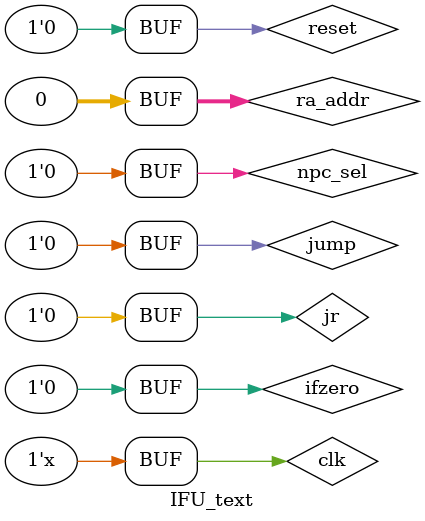
<source format=v>
`timescale 1ns / 1ps


module IFU_text;

	// Inputs
	reg reset;
	reg ifzero;
	reg npc_sel;
	reg jump;
	reg jr;
	reg [31:0] ra_addr;

	// Outputs
	wire [31:0] instr;
	wire [31:0] pc_and_4;

	// Bidirs
	reg clk;

	// Instantiate the Unit Under Test (UUT)
	IFU uut (
		.clk(clk), 
		.reset(reset), 
		.ifzero(ifzero), 
		.npc_sel(npc_sel), 
		.jump(jump), 
		.jr(jr), 
		.ra_addr(ra_addr), 
		.instr(instr), 
		.pc_and_4(pc_and_4)
	);

	initial begin
		// Initialize Inputs
		reset = 0;
		ifzero = 0;
		npc_sel = 0;
		jump = 0;
		jr = 0;
		ra_addr = 0;
		
		#200;
		reset = 1;
		#10;
		reset = 0;
	end
   
	always #10 begin
	clk = ~clk;
	$display("%h %h\n",pc_and_4,instr);
	end
endmodule


</source>
